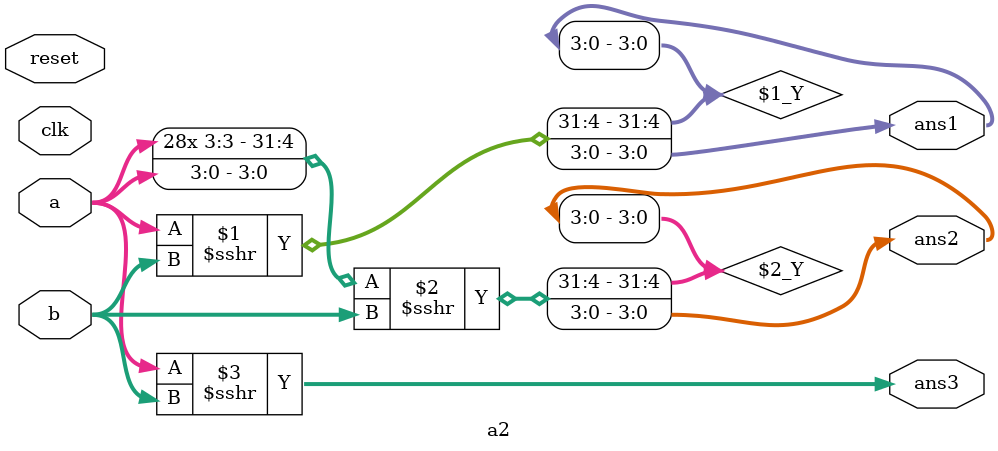
<source format=v>
`timescale 1ns / 1ps
module a2(	
	input clk,
	input reset,
	input [3:0] a,
	input [3:0] b,
	output [3:0] ans1,
	output [3:0] ans2,
	output [3:0] ans3
    );
	 assign ans1 = (1'b1==1'b1) ? a>>>b : 0;
	 assign ans2 = (1'b1==1'b1) ? $signed(a)>>>b : 0;
	 assign ans3 = (1'b1==1'b1) ? $signed(a)>>>b : 4'b0;

endmodule
</source>
